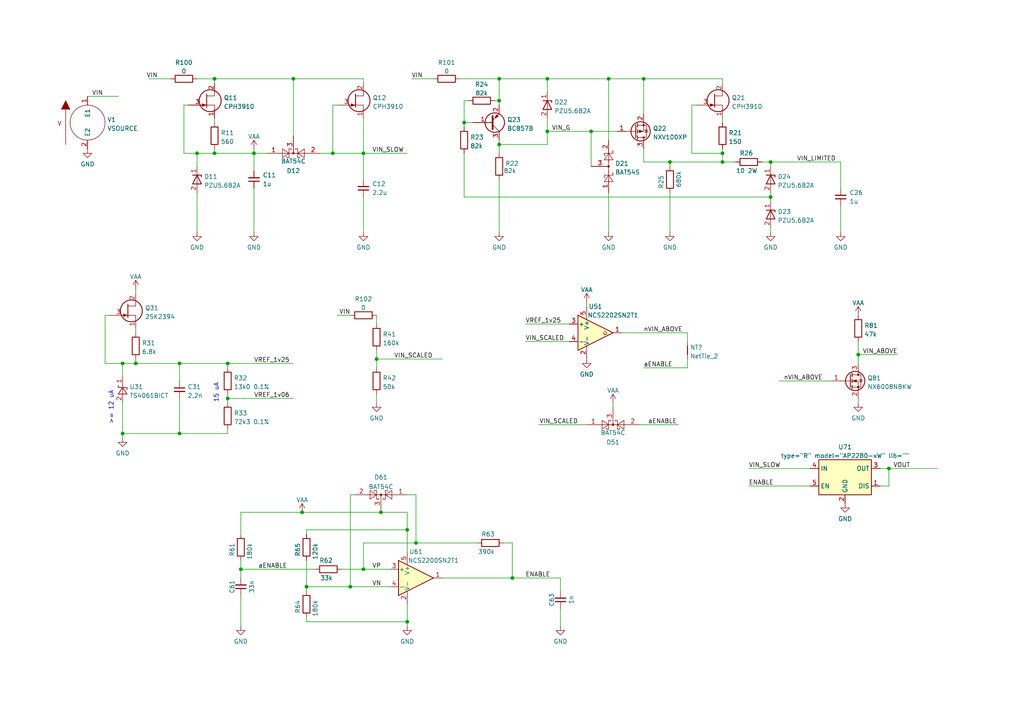
<source format=kicad_sch>
(kicad_sch (version 20211123) (generator eeschema)
  (paper "A4")
  (lib_symbols
    (symbol "AA-OSA-Basic:2SK2394" (pin_names (offset 0) hide)
      (property "Reference" "Q" (at 5.08 1.27 0))
      (property "Value" "2SK2394" (at 5.08 -1.27 0))
      (symbol "2SK2394_0_1"
        (polyline (pts (xy 0.254 1.905) (xy 0.254 -1.905) (xy 0.254 -1.905)) (stroke (width 0.254)))
        (polyline (pts (xy 2.54 -2.54) (xy 2.54 -1.27) (xy 0.254 -1.27)))
        (polyline (pts (xy 2.54 2.54) (xy 2.54 1.397) (xy 0.254 1.397)))
        (polyline (pts (xy 0 -1.27) (xy -1.016 -0.889) (xy -1.016 -1.651) (xy 0 -1.27)) (fill (type outline)))
        (circle (center 1.27 0) (radius 3.175) (stroke (width 0.254)))
      )
      (symbol "2SK2394_1_1"
        (pin passive line (at 2.54 -5.08 90) (length 2.54) (name "S") (number "1"))
        (pin passive line (at 2.54 5.08 270) (length 2.54) (name "D") (number "2"))
        (pin input line (at -5.08 -1.27 0) (length 5.334) (name "G") (number "3"))
      )
    )
    (symbol "AA-OSA-Basic:BAT54S" (pin_names (offset 1.016))
      (property "Reference" "D" (at 0.635 -3.81 0))
      (property "Value" "BAT54S" (at -6.35 3.175 0))
      (symbol "BAT54S_0_1"
        (polyline (pts (xy -3.81 0) (xy -1.27 0)))
        (polyline (pts (xy -3.175 -1.27) (xy -3.175 -1.016)))
        (polyline (pts (xy -2.54 -1.27) (xy -3.175 -1.27)))
        (polyline (pts (xy -2.54 -1.27) (xy -2.54 1.27)))
        (polyline (pts (xy -2.54 1.27) (xy -1.905 1.27)))
        (polyline (pts (xy -1.905 0) (xy 1.905 0)))
        (polyline (pts (xy -1.905 1.27) (xy -1.905 1.016)))
        (polyline (pts (xy 1.27 0) (xy 3.81 0)))
        (polyline (pts (xy 3.175 -1.27) (xy 3.175 -1.016)))
        (polyline (pts (xy 3.81 -1.27) (xy 3.175 -1.27)))
        (polyline (pts (xy 3.81 -1.27) (xy 3.81 1.27)))
        (polyline (pts (xy 3.81 1.27) (xy 4.445 1.27)))
        (polyline (pts (xy 4.445 1.27) (xy 4.445 1.016)))
        (polyline (pts (xy -4.445 1.27) (xy -4.445 -1.27) (xy -2.54 0) (xy -4.445 1.27)))
        (polyline (pts (xy 1.905 1.27) (xy 1.905 -1.27) (xy 3.81 0) (xy 1.905 1.27)))
        (circle (center 0 0) (radius 0.254) (fill (type outline)))
      )
      (symbol "BAT54S_1_1"
        (pin passive line (at -7.62 0 0) (length 3.81) (name "~") (number "1"))
        (pin passive line (at 7.62 0 180) (length 3.81) (name "~") (number "2"))
        (pin passive line (at 0 -5.08 90) (length 5.08) (name "~") (number "3"))
      )
    )
    (symbol "AA-OSA-Basic:CPH3910" (pin_names (offset 0) hide)
      (property "Reference" "Q" (at 5.08 1.27 0))
      (property "Value" "CPH3910" (at 5.08 -1.27 0))
      (symbol "CPH3910_0_1"
        (polyline (pts (xy 0.254 1.905) (xy 0.254 -1.905) (xy 0.254 -1.905)) (stroke (width 0.254)))
        (polyline (pts (xy 2.54 -2.54) (xy 2.54 -1.27) (xy 0.254 -1.27)))
        (polyline (pts (xy 2.54 2.54) (xy 2.54 1.397) (xy 0.254 1.397)))
        (polyline (pts (xy 0 -1.27) (xy -1.016 -0.889) (xy -1.016 -1.651) (xy 0 -1.27)) (fill (type outline)))
        (circle (center 1.27 0) (radius 3.175) (stroke (width 0.254)))
      )
      (symbol "CPH3910_1_1"
        (pin passive line (at 2.54 -5.08 90) (length 2.54) (name "S") (number "1"))
        (pin passive line (at 2.54 5.08 270) (length 2.54) (name "D") (number "2"))
        (pin input line (at -5.08 -1.27 0) (length 5.334) (name "G") (number "3"))
      )
    )
    (symbol "AA-OSA-Basic:MMBTA55" (pin_names (offset 0) hide)
      (property "Reference" "Q" (at 5.08 1.905 0))
      (property "Value" "MMBTA55" (at 5.08 0 0))
      (symbol "MMBTA55_0_1"
        (polyline (pts (xy 0.635 0.635) (xy 2.54 2.54)))
        (polyline (pts (xy 0.635 -0.635) (xy 2.54 -2.54) (xy 2.54 -2.54)))
        (polyline (pts (xy 0.635 1.905) (xy 0.635 -1.905) (xy 0.635 -1.905)) (stroke (width 0.508)))
        (polyline (pts (xy 2.286 -1.778) (xy 1.778 -2.286) (xy 1.27 -1.27) (xy 2.286 -1.778) (xy 2.286 -1.778)) (fill (type outline)))
        (circle (center 1.27 0) (radius 2.8194) (stroke (width 0.254)))
      )
      (symbol "MMBTA55_1_1"
        (pin input line (at -5.08 0 0) (length 5.715) (name "B") (number "1"))
        (pin passive line (at 2.54 -5.08 90) (length 2.54) (name "E") (number "2"))
        (pin passive line (at 2.54 5.08 270) (length 2.54) (name "C") (number "3"))
      )
    )
    (symbol "AA-OSA-Basic:NX6008NBKW" (pin_names hide)
      (property "Reference" "Q" (at 5.08 1.905 0))
      (property "Value" "NX6008NBKW" (at 5.08 0 0))
      (symbol "NX6008NBKW_0_1"
        (polyline (pts (xy 0.254 0) (xy -2.54 0)))
        (polyline (pts (xy 0.254 1.905) (xy 0.254 -1.905)) (stroke (width 0.254)))
        (polyline (pts (xy 0.762 -1.27) (xy 0.762 -2.286)) (stroke (width 0.254)))
        (polyline (pts (xy 0.762 0.508) (xy 0.762 -0.508)) (stroke (width 0.254)))
        (polyline (pts (xy 0.762 2.286) (xy 0.762 1.27)) (stroke (width 0.254)))
        (polyline (pts (xy 2.54 2.54) (xy 2.54 1.778)))
        (polyline (pts (xy 2.54 -2.54) (xy 2.54 0) (xy 0.762 0)))
        (polyline (pts (xy 0.762 -1.778) (xy 3.302 -1.778) (xy 3.302 1.778) (xy 0.762 1.778)))
        (polyline (pts (xy 1.016 0) (xy 2.032 0.381) (xy 2.032 -0.381) (xy 1.016 0)) (fill (type outline)))
        (polyline (pts (xy 2.794 0.508) (xy 2.921 0.381) (xy 3.683 0.381) (xy 3.81 0.254)))
        (polyline (pts (xy 3.302 0.381) (xy 2.921 -0.254) (xy 3.683 -0.254) (xy 3.302 0.381)))
        (circle (center 1.651 0) (radius 2.794) (stroke (width 0.254)))
        (circle (center 2.54 -1.778) (radius 0.254) (fill (type outline)))
        (circle (center 2.54 1.778) (radius 0.254) (fill (type outline)))
      )
      (symbol "NX6008NBKW_1_1"
        (pin input line (at -5.08 0 0) (length 2.54) (name "G") (number "1"))
        (pin passive line (at 2.54 -5.08 90) (length 2.54) (name "S") (number "2"))
        (pin passive line (at 2.54 5.08 270) (length 2.54) (name "D") (number "3"))
      )
    )
    (symbol "AA-OSA-Basic:NXV100XP" (pin_names (offset 0) hide)
      (property "Reference" "Q" (at 5.08 1.27 0))
      (property "Value" "NXV100XP" (at 5.08 -1.27 0))
      (property "Spice_Primitive" "X" (at 5.08 1.27 0))
      (property "Spice_Model" "NXV100XP" (at 5.08 1.27 0))
      (property "Spice_Netlist_Enabled" "Y" (at 5.08 1.27 0))
      (property "Spice_Lib_File" "/Users/osa/ELEC/libs/Spice/AA-osa-MosfetP.pspice" (at 5.08 1.27 0))
      (symbol "NXV100XP_0_1"
        (polyline (pts (xy 0.254 0) (xy -2.54 0)))
        (polyline (pts (xy 0.254 1.905) (xy 0.254 -1.905)) (stroke (width 0.254)))
        (polyline (pts (xy 0.762 -1.27) (xy 0.762 -2.286)) (stroke (width 0.254)))
        (polyline (pts (xy 0.762 0.508) (xy 0.762 -0.508)) (stroke (width 0.254)))
        (polyline (pts (xy 0.762 2.286) (xy 0.762 1.27)) (stroke (width 0.254)))
        (polyline (pts (xy 2.54 2.54) (xy 2.54 1.778)))
        (polyline (pts (xy 2.54 -2.54) (xy 2.54 0) (xy 0.762 0)))
        (polyline (pts (xy 0.762 1.778) (xy 3.302 1.778) (xy 3.302 -1.778) (xy 0.762 -1.778)))
        (polyline (pts (xy 2.286 0) (xy 1.27 0.381) (xy 1.27 -0.381) (xy 2.286 0)) (fill (type outline)))
        (polyline (pts (xy 2.794 -0.508) (xy 2.921 -0.381) (xy 3.683 -0.381) (xy 3.81 -0.254)))
        (polyline (pts (xy 3.302 -0.381) (xy 2.921 0.254) (xy 3.683 0.254) (xy 3.302 -0.381)))
        (circle (center 1.651 0) (radius 2.794) (stroke (width 0.254)))
        (circle (center 2.54 -1.778) (radius 0.254) (fill (type outline)))
        (circle (center 2.54 1.778) (radius 0.254) (fill (type outline)))
      )
      (symbol "NXV100XP_1_1"
        (pin input line (at -5.08 0 0) (length 2.54) (name "G") (number "1"))
        (pin passive line (at 2.54 -5.08 90) (length 2.54) (name "S") (number "2"))
        (pin passive line (at 2.54 5.08 270) (length 2.54) (name "D") (number "3"))
      )
    )
    (symbol "AA-OSA-Basic:Zener_SOD323" (pin_names (offset 1.016) hide)
      (property "Reference" "D" (at 0 2.54 0))
      (property "Value" "Zener_SOD323" (at 0 -2.54 0))
      (symbol "Zener_SOD323_0_1"
        (polyline (pts (xy 1.27 0) (xy -1.27 0)))
        (polyline (pts (xy -1.27 -1.27) (xy -1.27 1.27) (xy -0.762 1.27)) (stroke (width 0.254)))
        (polyline (pts (xy 1.27 -1.27) (xy 1.27 1.27) (xy -1.27 0) (xy 1.27 -1.27)) (stroke (width 0.254)))
      )
      (symbol "Zener_SOD323_1_1"
        (pin passive line (at -3.81 0 0) (length 2.54) (name "K") (number "1"))
        (pin passive line (at 3.81 0 180) (length 2.54) (name "A") (number "2"))
      )
    )
    (symbol "AA-OSA-Linear:NCS2200SN2T1" (pin_names (offset 0.127))
      (property "Reference" "U" (at 1.27 5.08 0))
      (property "Value" "NCS2200SN2T1" (at 3.81 -5.08 0))
      (symbol "NCS2200SN2T1_0_1"
        (polyline (pts (xy -5.08 5.08) (xy 5.08 0) (xy -5.08 -5.08) (xy -5.08 5.08)) (stroke (width 0.254)) (fill (type background)))
      )
      (symbol "NCS2200SN2T1_1_1"
        (pin open_collector line (at 7.62 0 180) (length 2.54) (name "~") (number "1"))
        (pin power_in line (at -2.54 -7.62 90) (length 3.81) (name "V-") (number "2"))
        (pin input line (at -7.62 2.54 0) (length 2.54) (name "+") (number "3"))
        (pin input line (at -7.62 -2.54 0) (length 2.54) (name "-") (number "4"))
        (pin power_in line (at -2.54 7.62 270) (length 3.81) (name "V+") (number "5"))
      )
    )
    (symbol "AA-OSA-Linear:NCS2202SN2T1" (pin_names (offset 0.127))
      (property "Reference" "U" (at 1.27 5.08 0))
      (property "Value" "NCS2202SN2T1" (at 3.81 -5.08 0))
      (symbol "NCS2202SN2T1_0_1"
        (polyline (pts (xy -5.08 5.08) (xy 5.08 0) (xy -5.08 -5.08) (xy -5.08 5.08)) (stroke (width 0.254)) (fill (type background)))
        (polyline (pts (xy 3.302 -0.508) (xy 2.794 -0.508) (xy 3.302 0) (xy 2.794 0.508) (xy 2.286 0) (xy 2.794 -0.508) (xy 2.286 -0.508)) (stroke (width 0.127)))
      )
      (symbol "NCS2202SN2T1_1_1"
        (pin open_collector line (at 7.62 0 180) (length 2.54) (name "~") (number "1"))
        (pin power_in line (at -2.54 -7.62 90) (length 3.81) (name "V-") (number "2"))
        (pin input line (at -7.62 2.54 0) (length 2.54) (name "+") (number "3"))
        (pin input line (at -7.62 -2.54 0) (length 2.54) (name "-") (number "4"))
        (pin power_in line (at -2.54 7.62 270) (length 3.81) (name "V+") (number "5"))
      )
    )
    (symbol "AA-OSA-Linear:TS4061BICT" (pin_names (offset 0.0254) hide)
      (property "Reference" "U" (at 0 2.54 0))
      (property "Value" "TS4061BICT" (at 0 -3.175 0))
      (symbol "TS4061BICT_0_1"
        (polyline (pts (xy -1.27 0) (xy 0 0) (xy 1.27 0)))
        (polyline (pts (xy -1.27 -1.27) (xy 0.635 0) (xy -1.27 1.27) (xy -1.27 -1.27)) (stroke (width 0.2032)))
        (polyline (pts (xy 0 -1.27) (xy 0.635 -1.27) (xy 0.635 1.27) (xy 1.27 1.27)) (stroke (width 0.2032)))
      )
      (symbol "TS4061BICT_1_1"
        (pin passive line (at 3.81 0 180) (length 2.54) (name "K") (number "1"))
        (pin passive line (at -3.81 0 0) (length 2.54) (name "A") (number "2"))
      )
    )
    (symbol "AA-OSA-Power:AP2280-xW"
      (property "Reference" "U" (at -7.62 -6.35 0))
      (property "Value" "AP2280-xW" (at -7.62 6.35 0))
      (symbol "AP2280-xW_0_1"
        (rectangle (start -7.62 5.08) (end 7.62 -5.08) (stroke (width 0.254)) (fill (type background)))
      )
      (symbol "AP2280-xW_1_1"
        (pin open_collector line (at 10.16 -2.54 180) (length 2.54) (name "DIS") (number "1"))
        (pin power_in line (at 0 -7.62 90) (length 2.54) (name "GND") (number "2"))
        (pin power_out line (at 10.16 2.54 180) (length 2.54) (name "OUT") (number "3"))
        (pin power_in line (at -10.16 2.54 0) (length 2.54) (name "IN") (number "4"))
        (pin input line (at -10.16 -2.54 0) (length 2.54) (name "EN") (number "5"))
      )
    )
    (symbol "Device:C_Small" (pin_numbers hide) (pin_names (offset 0.254) hide)
      (property "Reference" "C" (at 0.254 1.778 0))
      (property "Value" "C_Small" (at 0.254 -2.032 0))
      (symbol "C_Small_0_1"
        (polyline (pts (xy -1.524 -0.508) (xy 1.524 -0.508)) (stroke (width 0.3302)))
        (polyline (pts (xy -1.524 0.508) (xy 1.524 0.508)) (stroke (width 0.3048)))
      )
      (symbol "C_Small_1_1"
        (pin passive line (at 0 2.54 270) (length 2.032) (name "~") (number "1"))
        (pin passive line (at 0 -2.54 90) (length 2.032) (name "~") (number "2"))
      )
    )
    (symbol "Device:NetTie_2" (pin_numbers hide) (pin_names (offset 0) hide)
      (property "Reference" "NT" (at 0 1.27 0))
      (property "Value" "NetTie_2" (at 0 -1.27 0))
      (symbol "NetTie_2_0_1"
        (polyline (pts (xy -1.27 0) (xy 1.27 0)) (stroke (width 0.254)))
      )
      (symbol "NetTie_2_1_1"
        (pin passive line (at -2.54 0 0) (length 2.54) (name "1") (number "1"))
        (pin passive line (at 2.54 0 180) (length 2.54) (name "2") (number "2"))
      )
    )
    (symbol "Device:R" (pin_numbers hide) (pin_names (offset 0))
      (property "Reference" "R" (at 2.032 0 90))
      (property "Value" "R" (at 0 0 90))
      (symbol "R_0_1"
        (rectangle (start -1.016 -2.54) (end 1.016 2.54) (stroke (width 0.254)))
      )
      (symbol "R_1_1"
        (pin passive line (at 0 3.81 270) (length 1.27) (name "~") (number "1"))
        (pin passive line (at 0 -3.81 90) (length 1.27) (name "~") (number "2"))
      )
    )
    (symbol "Diode:BAT54C" (pin_names (offset 1.016))
      (property "Reference" "D" (at 0.635 -3.81 0))
      (property "Value" "BAT54C" (at -6.35 3.175 0))
      (symbol "BAT54C_0_1"
        (polyline (pts (xy -1.905 0) (xy 1.905 0)))
        (polyline (pts (xy -1.905 1.27) (xy -1.905 1.016)))
        (polyline (pts (xy -1.27 -1.27) (xy -0.635 -1.27)))
        (polyline (pts (xy -1.27 0) (xy -3.81 0)))
        (polyline (pts (xy -1.27 1.27) (xy -1.905 1.27)))
        (polyline (pts (xy -1.27 1.27) (xy -1.27 -1.27)))
        (polyline (pts (xy -0.635 -1.27) (xy -0.635 -1.016)))
        (polyline (pts (xy 0.635 -1.27) (xy 0.635 -1.016)))
        (polyline (pts (xy 1.27 -1.27) (xy 0.635 -1.27)))
        (polyline (pts (xy 1.27 1.27) (xy 1.27 -1.27)))
        (polyline (pts (xy 1.27 1.27) (xy 1.905 1.27)))
        (polyline (pts (xy 1.905 1.27) (xy 1.905 1.016)))
        (polyline (pts (xy 3.81 0) (xy 1.27 0)))
        (polyline (pts (xy -3.175 -1.27) (xy -3.175 1.27) (xy -1.27 0) (xy -3.175 -1.27)))
        (polyline (pts (xy 3.175 -1.27) (xy 3.175 1.27) (xy 1.27 0) (xy 3.175 -1.27)))
        (circle (center 0 0) (radius 0.254) (fill (type outline)))
      )
      (symbol "BAT54C_1_1"
        (pin passive line (at -7.62 0 0) (length 3.81) (name "~") (number "1"))
        (pin passive line (at 7.62 0 180) (length 3.81) (name "~") (number "2"))
        (pin passive line (at 0 -5.08 90) (length 5.08) (name "~") (number "3"))
      )
    )
    (symbol "power:GND" (power) (pin_names (offset 0))
      (property "Value" "GND" (at 0 -3.81 0))
      (symbol "GND_0_1"
        (polyline (pts (xy 0 0) (xy 0 -1.27) (xy 1.27 -1.27) (xy 0 -2.54) (xy -1.27 -1.27) (xy 0 -1.27)))
      )
      (symbol "GND_1_1"
        (pin power_in line (at 0 0 270) (length 0) hide (name "GND") (number "1"))
      )
    )
    (symbol "power:VAA" (power) (pin_names (offset 0))
      (property "Value" "VAA" (at 0 3.81 0))
      (symbol "VAA_0_1"
        (polyline (pts (xy -0.762 1.27) (xy 0 2.54)))
        (polyline (pts (xy 0 0) (xy 0 2.54)))
        (polyline (pts (xy 0 2.54) (xy 0.762 1.27)))
      )
      (symbol "VAA_1_1"
        (pin power_in line (at 0 0 90) (length 0) hide (name "VAA") (number "1"))
      )
    )
    (symbol "pspice:VSOURCE" (pin_names (offset 1.016))
      (property "Reference" "V" (at -6.35 7.62 0))
      (property "Value" "VSOURCE" (at 0 0 0))
      (symbol "VSOURCE_0_1"
        (polyline (pts (xy -6.35 -6.35) (xy -6.35 3.81)) (fill (type outline)))
        (polyline (pts (xy -7.62 3.81) (xy -6.35 6.35) (xy -5.08 3.81)) (fill (type outline)))
        (circle (center 0 0) (radius 5.08))
        (text "V" (at -8.128 -0.254 0) (effects (font (size 1.27 1.27))))
      )
      (symbol "VSOURCE_1_1"
        (pin input line (at 0 7.62 270) (length 2.54) (name "E1") (number "1"))
        (pin input line (at 0 -7.62 90) (length 2.54) (name "E2") (number "2"))
      )
    )
  )
  (junction (at 110.49 148.59))
  (junction (at 171.45 38.1))
  (junction (at 176.53 22.86))
  (junction (at 209.55 44.45))
  (junction (at 105.41 44.45))
  (junction (at 118.11 153.67))
  (junction (at 85.09 22.86))
  (junction (at 186.69 22.86))
  (junction (at 248.92 102.87))
  (junction (at 88.9 170.18))
  (junction (at 105.41 165.1))
  (junction (at 148.59 167.64))
  (junction (at 52.07 125.73))
  (junction (at 144.78 29.21))
  (junction (at 96.52 44.45))
  (junction (at 109.22 104.14))
  (junction (at 57.15 44.45))
  (junction (at 120.65 157.48))
  (junction (at 39.37 105.41))
  (junction (at 87.63 148.59))
  (junction (at 209.55 46.99))
  (junction (at 35.56 125.73))
  (junction (at 223.52 46.99))
  (junction (at 158.75 38.1))
  (junction (at 223.52 57.15))
  (junction (at 144.78 41.91))
  (junction (at 66.04 115.57))
  (junction (at 158.75 22.86))
  (junction (at 134.62 35.56))
  (junction (at 194.31 46.99))
  (junction (at 101.6 170.18))
  (junction (at 62.23 44.45))
  (junction (at 118.11 180.34))
  (junction (at 144.78 22.86))
  (junction (at 66.04 105.41))
  (junction (at 62.23 22.86))
  (junction (at 69.85 165.1))
  (junction (at 73.66 44.45))
  (junction (at 257.81 135.89))
  (junction (at 52.07 105.41))
  (junction (at 35.56 105.41))
  (wire (pts (xy 66.04 124.46) (xy 66.04 125.73)))
  (wire (pts (xy 148.59 167.64) (xy 162.56 167.64)))
  (wire (pts (xy 62.23 22.86) (xy 62.23 24.13)))
  (wire (pts (xy 146.05 157.48) (xy 148.59 157.48)))
  (wire (pts (xy 176.53 22.86) (xy 186.69 22.86)))
  (wire (pts (xy 223.52 67.31) (xy 223.52 66.04)))
  (wire (pts (xy 39.37 104.14) (xy 39.37 105.41)))
  (wire (pts (xy 156.21 123.19) (xy 170.18 123.19)))
  (wire (pts (xy 185.42 123.19) (xy 196.85 123.19)))
  (wire (pts (xy 53.34 30.48) (xy 54.61 30.48)))
  (wire (pts (xy 255.27 140.97) (xy 257.81 140.97)))
  (wire (pts (xy 66.04 105.41) (xy 85.09 105.41)))
  (wire (pts (xy 133.35 22.86) (xy 144.78 22.86)))
  (wire (pts (xy 66.04 114.3) (xy 66.04 115.57)))
  (wire (pts (xy 180.34 96.52) (xy 199.39 96.52)))
  (wire (pts (xy 137.16 35.56) (xy 134.62 35.56)))
  (wire (pts (xy 194.31 48.26) (xy 194.31 46.99)))
  (wire (pts (xy 69.85 165.1) (xy 69.85 167.64)))
  (wire (pts (xy 92.71 44.45) (xy 96.52 44.45)))
  (wire (pts (xy 194.31 67.31) (xy 194.31 55.88)))
  (wire (pts (xy 209.55 35.56) (xy 209.55 34.29)))
  (wire (pts (xy 257.81 135.89) (xy 257.81 140.97)))
  (wire (pts (xy 30.48 91.44) (xy 31.75 91.44)))
  (wire (pts (xy 88.9 170.18) (xy 101.6 170.18)))
  (wire (pts (xy 186.69 22.86) (xy 186.69 33.02)))
  (wire (pts (xy 52.07 105.41) (xy 52.07 110.49)))
  (wire (pts (xy 101.6 143.51) (xy 102.87 143.51)))
  (wire (pts (xy 118.11 153.67) (xy 118.11 160.02)))
  (wire (pts (xy 134.62 29.21) (xy 134.62 35.56)))
  (wire (pts (xy 120.65 157.48) (xy 138.43 157.48)))
  (wire (pts (xy 57.15 44.45) (xy 62.23 44.45)))
  (wire (pts (xy 243.84 67.31) (xy 243.84 59.69)))
  (wire (pts (xy 53.34 30.48) (xy 53.34 44.45)))
  (wire (pts (xy 87.63 148.59) (xy 110.49 148.59)))
  (wire (pts (xy 88.9 162.56) (xy 88.9 170.18)))
  (wire (pts (xy 120.65 143.51) (xy 120.65 157.48)))
  (wire (pts (xy 96.52 30.48) (xy 97.79 30.48)))
  (wire (pts (xy 53.34 44.45) (xy 57.15 44.45)))
  (wire (pts (xy 105.41 157.48) (xy 105.41 165.1)))
  (wire (pts (xy 200.66 44.45) (xy 209.55 44.45)))
  (wire (pts (xy 170.18 87.63) (xy 170.18 88.9)))
  (wire (pts (xy 144.78 41.91) (xy 158.75 41.91)))
  (wire (pts (xy 226.06 110.49) (xy 241.3 110.49)))
  (wire (pts (xy 243.84 46.99) (xy 223.52 46.99)))
  (wire (pts (xy 118.11 175.26) (xy 118.11 180.34)))
  (wire (pts (xy 128.27 167.64) (xy 148.59 167.64)))
  (wire (pts (xy 35.56 125.73) (xy 35.56 127)))
  (wire (pts (xy 158.75 26.67) (xy 158.75 22.86)))
  (wire (pts (xy 105.41 34.29) (xy 105.41 44.45)))
  (wire (pts (xy 134.62 44.45) (xy 134.62 57.15)))
  (wire (pts (xy 248.92 102.87) (xy 248.92 105.41)))
  (wire (pts (xy 248.92 116.84) (xy 248.92 115.57)))
  (wire (pts (xy 97.79 91.44) (xy 101.6 91.44)))
  (wire (pts (xy 134.62 35.56) (xy 134.62 36.83)))
  (wire (pts (xy 109.22 104.14) (xy 109.22 106.68)))
  (wire (pts (xy 101.6 143.51) (xy 101.6 170.18)))
  (wire (pts (xy 162.56 181.61) (xy 162.56 176.53)))
  (wire (pts (xy 88.9 170.18) (xy 88.9 171.45)))
  (wire (pts (xy 101.6 170.18) (xy 113.03 170.18)))
  (wire (pts (xy 35.56 105.41) (xy 35.56 109.22)))
  (wire (pts (xy 194.31 46.99) (xy 209.55 46.99)))
  (wire (pts (xy 88.9 154.94) (xy 88.9 153.67)))
  (wire (pts (xy 209.55 44.45) (xy 209.55 46.99)))
  (wire (pts (xy 134.62 57.15) (xy 223.52 57.15)))
  (wire (pts (xy 144.78 29.21) (xy 144.78 30.48)))
  (wire (pts (xy 62.23 44.45) (xy 73.66 44.45)))
  (wire (pts (xy 176.53 22.86) (xy 176.53 40.64)))
  (wire (pts (xy 158.75 38.1) (xy 158.75 41.91)))
  (wire (pts (xy 120.65 143.51) (xy 118.11 143.51)))
  (wire (pts (xy 105.41 44.45) (xy 105.41 52.07)))
  (wire (pts (xy 144.78 22.86) (xy 144.78 29.21)))
  (wire (pts (xy 88.9 180.34) (xy 118.11 180.34)))
  (wire (pts (xy 248.92 102.87) (xy 260.35 102.87)))
  (wire (pts (xy 66.04 105.41) (xy 66.04 106.68)))
  (wire (pts (xy 69.85 148.59) (xy 87.63 148.59)))
  (wire (pts (xy 200.66 30.48) (xy 201.93 30.48)))
  (wire (pts (xy 186.69 106.68) (xy 199.39 106.68)))
  (wire (pts (xy 109.22 114.3) (xy 109.22 116.84)))
  (wire (pts (xy 118.11 148.59) (xy 118.11 153.67)))
  (wire (pts (xy 217.17 135.89) (xy 234.95 135.89)))
  (wire (pts (xy 186.69 43.18) (xy 186.69 46.99)))
  (wire (pts (xy 105.41 157.48) (xy 120.65 157.48)))
  (wire (pts (xy 148.59 157.48) (xy 148.59 167.64)))
  (wire (pts (xy 69.85 162.56) (xy 69.85 165.1)))
  (wire (pts (xy 110.49 148.59) (xy 118.11 148.59)))
  (wire (pts (xy 73.66 44.45) (xy 73.66 43.18)))
  (wire (pts (xy 85.09 39.37) (xy 85.09 22.86)))
  (wire (pts (xy 135.89 29.21) (xy 134.62 29.21)))
  (wire (pts (xy 109.22 91.44) (xy 109.22 93.98)))
  (wire (pts (xy 57.15 22.86) (xy 62.23 22.86)))
  (wire (pts (xy 39.37 105.41) (xy 52.07 105.41)))
  (wire (pts (xy 62.23 22.86) (xy 85.09 22.86)))
  (wire (pts (xy 119.38 22.86) (xy 125.73 22.86)))
  (wire (pts (xy 73.66 67.31) (xy 73.66 54.61)))
  (wire (pts (xy 57.15 67.31) (xy 57.15 55.88)))
  (wire (pts (xy 118.11 181.61) (xy 118.11 180.34)))
  (wire (pts (xy 223.52 46.99) (xy 223.52 48.26)))
  (wire (pts (xy 69.85 165.1) (xy 91.44 165.1)))
  (wire (pts (xy 171.45 38.1) (xy 171.45 48.26)))
  (wire (pts (xy 158.75 22.86) (xy 176.53 22.86)))
  (wire (pts (xy 105.41 44.45) (xy 118.11 44.45)))
  (wire (pts (xy 144.78 44.45) (xy 144.78 41.91)))
  (wire (pts (xy 109.22 101.6) (xy 109.22 104.14)))
  (wire (pts (xy 30.48 91.44) (xy 30.48 105.41)))
  (wire (pts (xy 57.15 44.45) (xy 57.15 48.26)))
  (wire (pts (xy 144.78 41.91) (xy 144.78 40.64)))
  (wire (pts (xy 105.41 165.1) (xy 113.03 165.1)))
  (wire (pts (xy 223.52 57.15) (xy 223.52 55.88)))
  (wire (pts (xy 96.52 44.45) (xy 105.41 44.45)))
  (wire (pts (xy 39.37 95.25) (xy 39.37 96.52)))
  (wire (pts (xy 25.4 27.94) (xy 34.29 27.94)))
  (wire (pts (xy 223.52 58.42) (xy 223.52 57.15)))
  (wire (pts (xy 43.18 22.86) (xy 49.53 22.86)))
  (wire (pts (xy 69.85 181.61) (xy 69.85 172.72)))
  (wire (pts (xy 186.69 22.86) (xy 209.55 22.86)))
  (wire (pts (xy 144.78 52.07) (xy 144.78 67.31)))
  (wire (pts (xy 220.98 46.99) (xy 223.52 46.99)))
  (wire (pts (xy 143.51 29.21) (xy 144.78 29.21)))
  (wire (pts (xy 39.37 83.82) (xy 39.37 85.09)))
  (wire (pts (xy 52.07 115.57) (xy 52.07 125.73)))
  (wire (pts (xy 62.23 34.29) (xy 62.23 35.56)))
  (wire (pts (xy 176.53 67.31) (xy 176.53 55.88)))
  (wire (pts (xy 255.27 135.89) (xy 257.81 135.89)))
  (wire (pts (xy 96.52 30.48) (xy 96.52 44.45)))
  (wire (pts (xy 162.56 167.64) (xy 162.56 171.45)))
  (wire (pts (xy 77.47 44.45) (xy 73.66 44.45)))
  (wire (pts (xy 209.55 22.86) (xy 209.55 24.13)))
  (wire (pts (xy 66.04 115.57) (xy 85.09 115.57)))
  (wire (pts (xy 186.69 46.99) (xy 194.31 46.99)))
  (wire (pts (xy 88.9 153.67) (xy 118.11 153.67)))
  (wire (pts (xy 99.06 165.1) (xy 105.41 165.1)))
  (wire (pts (xy 30.48 105.41) (xy 35.56 105.41)))
  (wire (pts (xy 88.9 179.07) (xy 88.9 180.34)))
  (wire (pts (xy 171.45 38.1) (xy 158.75 38.1)))
  (wire (pts (xy 158.75 34.29) (xy 158.75 38.1)))
  (wire (pts (xy 35.56 105.41) (xy 39.37 105.41)))
  (wire (pts (xy 152.4 99.06) (xy 165.1 99.06)))
  (wire (pts (xy 199.39 104.14) (xy 199.39 106.68)))
  (wire (pts (xy 217.17 140.97) (xy 234.95 140.97)))
  (wire (pts (xy 209.55 46.99) (xy 213.36 46.99)))
  (wire (pts (xy 35.56 116.84) (xy 35.56 125.73)))
  (wire (pts (xy 35.56 125.73) (xy 52.07 125.73)))
  (wire (pts (xy 52.07 125.73) (xy 66.04 125.73)))
  (wire (pts (xy 85.09 22.86) (xy 105.41 22.86)))
  (wire (pts (xy 62.23 43.18) (xy 62.23 44.45)))
  (wire (pts (xy 66.04 115.57) (xy 66.04 116.84)))
  (wire (pts (xy 199.39 96.52) (xy 199.39 99.06)))
  (wire (pts (xy 179.07 38.1) (xy 171.45 38.1)))
  (wire (pts (xy 243.84 54.61) (xy 243.84 46.99)))
  (wire (pts (xy 105.41 57.15) (xy 105.41 67.31)))
  (wire (pts (xy 200.66 30.48) (xy 200.66 44.45)))
  (wire (pts (xy 209.55 44.45) (xy 209.55 43.18)))
  (wire (pts (xy 105.41 24.13) (xy 105.41 22.86)))
  (wire (pts (xy 152.4 93.98) (xy 165.1 93.98)))
  (wire (pts (xy 144.78 22.86) (xy 158.75 22.86)))
  (wire (pts (xy 69.85 148.59) (xy 69.85 154.94)))
  (wire (pts (xy 248.92 99.06) (xy 248.92 102.87)))
  (wire (pts (xy 52.07 105.41) (xy 66.04 105.41)))
  (wire (pts (xy 109.22 104.14) (xy 128.27 104.14)))
  (wire (pts (xy 257.81 135.89) (xy 271.78 135.89)))
  (wire (pts (xy 73.66 44.45) (xy 73.66 49.53)))
  (wire (pts (xy 177.8 116.84) (xy 177.8 118.11)))
  (text "15 uA" (at 63.5 116.84 90) (effects (font (size 1.27 1.27)) (justify left bottom)))
  (text ">= 12 uA" (at 33.02 123.19 90) (effects (font (size 1.27 1.27)) (justify left bottom)))
  (label "VIN" (at 45.72 22.86 180))
  (label "VIN_ABOVE" (at 250.19 102.87 0))
  (label "aENABLE" (at 187.96 123.19 0))
  (label "VIN_SLOW" (at 107.95 44.45 0))
  (label "aENABLE" (at 186.69 106.68 0))
  (label "VIN_SCALED" (at 152.4 99.06 0))
  (label "VIN" (at 119.38 22.86 0))
  (label "VOUT" (at 259.08 135.89 0))
  (label "nVIN_ABOVE" (at 227.33 110.49 0))
  (label "VIN" (at 26.67 27.94 0))
  (label "VN" (at 107.95 170.18 0))
  (label "VIN" (at 101.6 91.44 180))
  (label "VIN_SCALED" (at 114.3 104.14 0))
  (label "VREF_1v06" (at 73.66 115.57 0))
  (label "VREF_1v25" (at 152.4 93.98 0))
  (label "aENABLE" (at 74.93 165.1 0))
  (label "VP" (at 107.95 165.1 0))
  (label "ENABLE" (at 217.17 140.97 0))
  (label "VIN_SCALED" (at 167.64 123.19 180))
  (label "VIN_G" (at 160.02 38.1 0))
  (label "nVIN_ABOVE" (at 186.69 96.52 0))
  (label "VIN_SLOW" (at 217.17 135.89 0))
  (label "VREF_1v25" (at 73.66 105.41 0))
  (label "ENABLE" (at 152.4 167.64 0))
  (label "VIN_LIMITED" (at 231.14 46.99 0))
  (symbol (lib_id "Device:R") (at 142.24 157.48 270) (unit 1)
    (property "Reference" "R63" (at 143.51 154.94 90) (effects (justify right)))
    (property "Value" "390k" (at 143.51 160.02 90) (effects (justify right)))
    (property "Footprint" "Resistor_SMD:R_0805_2012Metric_Pad1.20x1.40mm_HandSolder" (effects hide))
    (property "Spice_Netlist_Enabled" "Y" (effects hide))
  )
  (symbol (lib_id "power:GND") (at 243.84 67.31 0) (unit 1)
    (property "Reference" "#PWR013" (effects hide))
    (property "Value" "GND" (at 243.84 71.7534 0))
  )
  (symbol (lib_id "Device:R") (at 144.78 48.26 180) (unit 1)
    (property "Reference" "R22" (at 146.558 47.4253 0) (effects (justify right)))
    (property "Value" "82k" (at 146.05 49.53 0) (effects (justify right)))
    (property "Footprint" "Resistor_SMD:R_0805_2012Metric_Pad1.20x1.40mm_HandSolder" (effects hide))
  )
  (symbol (lib_id "AA-OSA-Basic:Zener_SOD323") (at 223.52 62.23 270) (unit 1)
    (property "Reference" "D23" (at 225.552 61.3953 90) (effects (justify left)))
    (property "Value" "PZU5.6B2A" (at 225.552 63.9322 90) (effects (justify left)))
    (property "Footprint" "Diode_SMD:D_SOD-323_HandSoldering" (effects hide))
    (property "Spice_Primitive" "D" (effects hide))
    (property "Spice_Model" "PZU5_6B3A" (effects hide))
    (property "Spice_Netlist_Enabled" "Y" (effects hide))
    (property "Spice_Lib_File" "/Users/osa/ELEC/libs/Spice/AA-osa-Zener.pspice" (effects hide))
    (property "Spice_Node_Sequence" "2 1" (effects hide))
  )
  (symbol (lib_id "Device:C_Small") (at 162.56 173.99 0) (mirror x) (unit 1)
    (property "Reference" "C63" (at 160.02 173.99 90))
    (property "Value" "1n" (at 165.735 173.99 90))
    (property "Footprint" "Capacitor_SMD:C_0805_2012Metric_Pad1.18x1.45mm_HandSolder" (effects hide))
    (property "Spice_Netlist_Enabled" "Y" (effects hide))
  )
  (symbol (lib_id "Device:R") (at 95.25 165.1 270) (unit 1)
    (property "Reference" "R62" (at 96.52 162.56 90) (effects (justify right)))
    (property "Value" "33k" (at 96.52 167.64 90) (effects (justify right)))
    (property "Footprint" "Resistor_SMD:R_0805_2012Metric_Pad1.20x1.40mm_HandSolder" (effects hide))
  )
  (symbol (lib_id "Device:R") (at 109.22 97.79 180) (unit 1)
    (property "Reference" "R41" (at 110.998 96.9553 0) (effects (justify right)))
    (property "Value" "160k" (at 110.998 99.4922 0) (effects (justify right)))
    (property "Footprint" "Resistor_SMD:R_0805_2012Metric_Pad1.20x1.40mm_HandSolder" (effects hide))
  )
  (symbol (lib_id "power:GND") (at 57.15 67.31 0) (unit 1)
    (property "Reference" "#PWR03" (effects hide))
    (property "Value" "GND" (at 57.15 71.7534 0))
  )
  (symbol (lib_id "power:GND") (at 223.52 67.31 0) (unit 1)
    (property "Reference" "#PWR04" (effects hide))
    (property "Value" "GND" (at 223.52 71.7534 0))
  )
  (symbol (lib_id "Diode:BAT54C") (at 177.8 123.19 0) (mirror x) (unit 1)
    (property "Reference" "D51" (at 177.8 128.27 0))
    (property "Value" "BAT54C" (at 177.8 125.4959 0))
    (property "Footprint" "Package_TO_SOT_SMD:SOT-23" (effects hide))
    (property "Datasheet" "http://www.diodes.com/_files/datasheets/ds11005.pdf" (effects hide))
    (property "Spice_Primitive" "X" (effects hide))
    (property "Spice_Model" "BAT54C" (effects hide))
    (property "Spice_Lib_File" "/Users/osa/ELEC/libs/Spice/AA-osa-Diode.pspice" (effects hide))
  )
  (symbol (lib_id "AA-OSA-Basic:NX6008NBKW") (at 246.38 110.49 0) (unit 1)
    (property "Reference" "Q81" (at 251.587 109.6553 0) (effects (justify left)))
    (property "Value" "NX6008NBKW" (at 251.587 112.1922 0) (effects (justify left)))
    (property "Footprint" "Package_TO_SOT_SMD:SOT-323_SC-70_Handsoldering" (effects hide))
    (property "Datasheet" "https://assets.nexperia.com/documents/data-sheet/NX6008NBKW.pdf" (effects hide))
    (property "Spice_Primitive" "X" (effects hide))
    (property "Spice_Model" "NX6008NBKW" (effects hide))
    (property "Spice_Netlist_Enabled" "N" (effects hide))
    (property "Spice_Lib_File" "/Users/osa/ELEC/libs/Spice/AA-osa-MosfetN.pspice" (effects hide))
  )
  (symbol (lib_id "AA-OSA-Basic:CPH3910") (at 59.69 29.21 0) (unit 1)
    (property "Reference" "Q11" (at 64.897 28.3753 0) (effects (justify left)))
    (property "Value" "CPH3910" (at 64.897 30.9122 0) (effects (justify left)))
    (property "Footprint" "Package_TO_SOT_SMD:TSOT-23_HandSoldering" (effects hide))
    (property "Datasheet" "https://www.onsemi.com/download/data-sheet/pdf/cph3910-d.pdf" (effects hide))
    (property "Spice_Primitive" "X" (effects hide))
    (property "Spice_Model" "CPH3910" (effects hide))
    (property "Spice_Netlist_Enabled" "Y" (effects hide))
    (property "Spice_Lib_File" "/Users/osa/ELEC/libs/Spice/AA-osa-JfetN.pspice" (effects hide))
  )
  (symbol (lib_id "Device:C_Small") (at 69.85 170.18 0) (mirror x) (unit 1)
    (property "Reference" "C61" (at 67.31 170.18 90))
    (property "Value" "33n" (at 73.025 170.18 90))
    (property "Footprint" "Capacitor_SMD:C_0805_2012Metric_Pad1.18x1.45mm_HandSolder" (effects hide))
  )
  (symbol (lib_id "Device:R") (at 62.23 39.37 180) (unit 1)
    (property "Reference" "R11" (at 64.008 38.5353 0) (effects (justify right)))
    (property "Value" "560" (at 64.008 41.0722 0) (effects (justify right)))
    (property "Footprint" "Resistor_SMD:R_0805_2012Metric_Pad1.20x1.40mm_HandSolder" (effects hide))
  )
  (symbol (lib_id "power:GND") (at 194.31 67.31 0) (unit 1)
    (property "Reference" "#PWR017" (effects hide))
    (property "Value" "GND" (at 194.31 71.7534 0))
  )
  (symbol (lib_id "Device:R") (at 139.7 29.21 270) (unit 1)
    (property "Reference" "R24" (at 139.7 24.4942 90))
    (property "Value" "82k" (at 139.7 27.0311 90))
    (property "Footprint" "Resistor_SMD:R_0805_2012Metric_Pad1.20x1.40mm_HandSolder" (effects hide))
  )
  (symbol (lib_id "Device:C_Small") (at 73.66 52.07 180) (unit 1)
    (property "Reference" "C11" (at 76.2 50.8 0) (effects (justify right)))
    (property "Value" "1u" (at 76.2 53.34 0) (effects (justify right)))
    (property "Footprint" "Capacitor_SMD:C_0805_2012Metric_Pad1.18x1.45mm_HandSolder" (effects hide))
  )
  (symbol (lib_id "Device:R") (at 88.9 158.75 0) (unit 1)
    (property "Reference" "R65" (at 86.36 157.48 90) (effects (justify right)))
    (property "Value" "120k" (at 91.44 157.48 90) (effects (justify right)))
    (property "Footprint" "Resistor_SMD:R_0805_2012Metric_Pad1.20x1.40mm_HandSolder" (effects hide))
  )
  (symbol (lib_id "Device:R") (at 134.62 40.64 180) (unit 1)
    (property "Reference" "R23" (at 136.398 39.8053 0) (effects (justify right)))
    (property "Value" "82k" (at 136.398 42.3422 0) (effects (justify right)))
    (property "Footprint" "Resistor_SMD:R_0805_2012Metric_Pad1.20x1.40mm_HandSolder" (effects hide))
  )
  (symbol (lib_id "power:GND") (at 109.22 116.84 0) (unit 1)
    (property "Reference" "#PWR08" (effects hide))
    (property "Value" "GND" (at 109.22 121.2834 0))
  )
  (symbol (lib_id "power:VAA") (at 73.66 43.18 0) (unit 1)
    (property "Reference" "#PWR016" (effects hide))
    (property "Value" "VAA" (at 73.66 39.6042 0))
  )
  (symbol (lib_id "power:GND") (at 170.18 104.14 0) (unit 1)
    (property "Reference" "#PWR?" (effects hide))
    (property "Value" "GND" (at 170.18 108.5834 0))
  )
  (symbol (lib_id "power:VAA") (at 177.8 116.84 0) (unit 1)
    (property "Reference" "#PWR014" (effects hide))
    (property "Value" "VAA" (at 177.8 113.2642 0))
  )
  (symbol (lib_id "AA-OSA-Basic:Zener_SOD323") (at 158.75 30.48 270) (unit 1)
    (property "Reference" "D22" (at 160.782 29.6453 90) (effects (justify left)))
    (property "Value" "PZU5.6B2A" (at 160.782 32.1822 90) (effects (justify left)))
    (property "Footprint" "Diode_SMD:D_SOD-323_HandSoldering" (effects hide))
    (property "Spice_Primitive" "D" (effects hide))
    (property "Spice_Model" "PZU5_6B3A" (effects hide))
    (property "Spice_Netlist_Enabled" "Y" (effects hide))
    (property "Spice_Lib_File" "/Users/osa/ELEC/libs/Spice/AA-osa-Zener.pspice" (effects hide))
    (property "Spice_Node_Sequence" "2 1" (effects hide))
  )
  (symbol (lib_id "AA-OSA-Basic:CPH3910") (at 102.87 29.21 0) (unit 1)
    (property "Reference" "Q12" (at 108.077 28.3753 0) (effects (justify left)))
    (property "Value" "CPH3910" (at 108.077 30.9122 0) (effects (justify left)))
    (property "Footprint" "Package_TO_SOT_SMD:TSOT-23_HandSoldering" (effects hide))
    (property "Datasheet" "https://www.onsemi.com/download/data-sheet/pdf/cph3910-d.pdf" (effects hide))
    (property "Spice_Primitive" "X" (effects hide))
    (property "Spice_Model" "CPH3910" (effects hide))
    (property "Spice_Netlist_Enabled" "Y" (effects hide))
    (property "Spice_Lib_File" "/Users/osa/ELEC/libs/Spice/AA-osa-JfetN.pspice" (effects hide))
  )
  (symbol (lib_id "AA-OSA-Basic:Zener_SOD323") (at 223.52 52.07 270) (unit 1)
    (property "Reference" "D24" (at 225.552 51.2353 90) (effects (justify left)))
    (property "Value" "PZU5.6B2A" (at 225.552 53.7722 90) (effects (justify left)))
    (property "Footprint" "Diode_SMD:D_SOD-323_HandSoldering" (effects hide))
    (property "Spice_Primitive" "D" (effects hide))
    (property "Spice_Model" "PZU5_6B3A" (effects hide))
    (property "Spice_Netlist_Enabled" "Y" (effects hide))
    (property "Spice_Lib_File" "/Users/osa/ELEC/libs/Spice/AA-osa-Zener.pspice" (effects hide))
    (property "Spice_Node_Sequence" "2 1" (effects hide))
  )
  (symbol (lib_id "Diode:BAT54C") (at 110.49 143.51 0) (mirror y) (unit 1)
    (property "Reference" "D61" (at 110.49 138.43 0))
    (property "Value" "BAT54C" (at 110.49 141.2041 0))
    (property "Footprint" "Package_TO_SOT_SMD:SOT-23" (effects hide))
    (property "Datasheet" "http://www.diodes.com/_files/datasheets/ds11005.pdf" (effects hide))
    (property "Spice_Primitive" "X" (effects hide))
    (property "Spice_Model" "BAT54C" (effects hide))
    (property "Spice_Lib_File" "/Users/osa/ELEC/libs/Spice/AA-osa-Diode.pspice" (effects hide))
  )
  (symbol (lib_id "power:GND") (at 25.4 43.18 0) (unit 1)
    (property "Reference" "#PWR01" (effects hide))
    (property "Value" "GND" (at 25.4 47.6234 0))
  )
  (symbol (lib_id "AA-OSA-Linear:NCS2200SN2T1") (at 120.65 167.64 0) (unit 1)
    (property "Reference" "U61" (at 120.65 160.02 0))
    (property "Value" "NCS2200SN2T1" (at 125.73 162.56 0))
    (property "Footprint" "Package_TO_SOT_SMD:SOT-353_SC-70-5_Handsoldering" (effects hide))
    (property "Datasheet" "http://www.ti.com/lit/ds/symlink/lmv331.pdf" (effects hide))
    (property "Spice_Primitive" "X" (effects hide))
    (property "Spice_Model" "NCS2200" (effects hide))
    (property "Spice_Netlist_Enabled" "Y" (effects hide))
    (property "Spice_Lib_File" "/Users/osa/ELEC/libs/Spice/AA-osa-Comparator.pspice" (effects hide))
  )
  (symbol (lib_id "power:GND") (at 248.92 116.84 0) (unit 1)
    (property "Reference" "#PWR?" (effects hide))
    (property "Value" "GND" (at 248.92 121.2834 0))
  )
  (symbol (lib_id "Device:R") (at 194.31 52.07 180) (unit 1)
    (property "Reference" "R25" (at 191.77 50.8 90) (effects (justify left)))
    (property "Value" "680k" (at 196.85 49.53 90) (effects (justify left)))
    (property "Footprint" "Resistor_SMD:R_2512_6332Metric_Pad1.40x3.35mm_HandSolder" (effects hide))
  )
  (symbol (lib_id "Device:R") (at 88.9 175.26 0) (unit 1)
    (property "Reference" "R64" (at 86.36 173.99 90) (effects (justify right)))
    (property "Value" "180k" (at 91.44 173.99 90) (effects (justify right)))
    (property "Footprint" "Resistor_SMD:R_0805_2012Metric_Pad1.20x1.40mm_HandSolder" (effects hide))
  )
  (symbol (lib_id "Device:R") (at 69.85 158.75 0) (unit 1)
    (property "Reference" "R61" (at 67.31 157.48 90) (effects (justify right)))
    (property "Value" "180k" (at 72.39 157.48 90) (effects (justify right)))
    (property "Footprint" "Resistor_SMD:R_0805_2012Metric_Pad1.20x1.40mm_HandSolder" (effects hide))
  )
  (symbol (lib_id "AA-OSA-Linear:TS4061BICT") (at 35.56 113.03 90) (unit 1)
    (property "Reference" "U31" (at 37.5666 112.1953 90) (effects (justify right)))
    (property "Value" "TS4061BICT" (at 37.5666 114.7322 90) (effects (justify right)))
    (property "Footprint" "Package_TO_SOT_SMD:SOT-323_SC-70_Handsoldering" (effects hide))
    (property "Spice_Primitive" "X" (effects hide))
    (property "Spice_Netlist_Enabled" "Y" (effects hide))
    (property "Spice_Model" "TS4061" (effects hide))
    (property "Spice_Lib_File" "/Users/osa/ELEC/libs/Spice/AA-osa-Reference.pspice" (effects hide))
  )
  (symbol (lib_id "AA-OSA-Basic:NXV100XP") (at 184.15 38.1 0) (mirror x) (unit 1)
    (property "Reference" "Q22" (at 189.357 37.2653 0) (effects (justify left)))
    (property "Value" "NXV100XP" (at 189.357 39.8022 0) (effects (justify left)))
    (property "Footprint" "Package_TO_SOT_SMD:SOT-23_Handsoldering" (effects hide))
    (property "Datasheet" "https://assets.nexperia.com/documents/data-sheet/NXV100XP.pdf" (effects hide))
    (property "Spice_Primitive" "X" (effects hide))
    (property "Spice_Model" "NXV100XP" (effects hide))
    (property "Spice_Netlist_Enabled" "Y" (effects hide))
    (property "Spice_Lib_File" "/Users/osa/ELEC/libs/Spice/AA-osa-MosfetP.pspice" (effects hide))
  )
  (symbol (lib_id "power:VAA") (at 170.18 87.63 0) (unit 1)
    (property "Reference" "#PWR011" (effects hide))
    (property "Value" "VAA" (at 170.18 84.0542 0))
  )
  (symbol (lib_id "Device:R") (at 39.37 100.33 180) (unit 1)
    (property "Reference" "R31" (at 41.148 99.4953 0) (effects (justify right)))
    (property "Value" "6.8k" (at 41.148 102.0322 0) (effects (justify right)))
    (property "Footprint" "Resistor_SMD:R_0805_2012Metric_Pad1.20x1.40mm_HandSolder" (effects hide))
  )
  (symbol (lib_id "power:GND") (at 35.56 127 0) (unit 1)
    (property "Reference" "#PWR02" (effects hide))
    (property "Value" "GND" (at 35.56 131.4434 0))
  )
  (symbol (lib_id "power:GND") (at 73.66 67.31 0) (unit 1)
    (property "Reference" "#PWR06" (effects hide))
    (property "Value" "GND" (at 73.66 71.7534 0))
  )
  (symbol (lib_id "AA-OSA-Basic:CPH3910") (at 207.01 29.21 0) (unit 1)
    (property "Reference" "Q21" (at 212.217 28.3753 0) (effects (justify left)))
    (property "Value" "CPH3910" (at 212.217 30.9122 0) (effects (justify left)))
    (property "Footprint" "Package_TO_SOT_SMD:TSOT-23_HandSoldering" (effects hide))
    (property "Datasheet" "https://www.onsemi.com/download/data-sheet/pdf/cph3910-d.pdf" (effects hide))
    (property "Spice_Primitive" "X" (effects hide))
    (property "Spice_Model" "CPH3910" (effects hide))
    (property "Spice_Netlist_Enabled" "Y" (effects hide))
    (property "Spice_Lib_File" "/Users/osa/ELEC/libs/Spice/AA-osa-JfetN.pspice" (effects hide))
  )
  (symbol (lib_id "power:GND") (at 105.41 67.31 0) (unit 1)
    (property "Reference" "#PWR022" (effects hide))
    (property "Value" "GND" (at 105.41 71.7534 0))
  )
  (symbol (lib_id "Device:NetTie_2") (at 199.39 101.6 90) (unit 1)
    (property "Reference" "NT?" (at 200.152 100.7653 90) (effects (justify right)))
    (property "Value" "NetTie_2" (at 200.152 103.3022 90) (effects (justify right)))
    (property "Spice_Primitive" "R" (effects hide))
    (property "Spice_Model" "0" (effects hide))
    (property "Spice_Netlist_Enabled" "Y" (effects hide))
  )
  (symbol (lib_id "Diode:BAT54C") (at 85.09 44.45 0) (mirror x) (unit 1)
    (property "Reference" "D12" (at 85.09 49.53 0))
    (property "Value" "BAT54C" (at 85.09 46.7559 0))
    (property "Footprint" "Package_TO_SOT_SMD:SOT-23" (effects hide))
    (property "Datasheet" "http://www.diodes.com/_files/datasheets/ds11005.pdf" (effects hide))
    (property "Spice_Primitive" "X" (effects hide))
    (property "Spice_Model" "BAT54C" (effects hide))
    (property "Spice_Lib_File" "/Users/osa/ELEC/libs/Spice/AA-osa-Diode.pspice" (effects hide))
  )
  (symbol (lib_id "Device:R") (at 53.34 22.86 270) (unit 1)
    (property "Reference" "R100" (at 53.34 18.1442 90))
    (property "Value" "0" (at 53.34 20.6811 90))
    (property "Footprint" "Resistor_SMD:R_0805_2012Metric_Pad1.20x1.40mm_HandSolder" (effects hide))
  )
  (symbol (lib_id "power:GND") (at 118.11 181.61 0) (unit 1)
    (property "Reference" "#PWR012" (effects hide))
    (property "Value" "GND" (at 118.11 186.0534 0))
  )
  (symbol (lib_id "Device:R") (at 248.92 95.25 0) (unit 1)
    (property "Reference" "R81" (at 250.698 94.4153 0) (effects (justify left)))
    (property "Value" "47k" (at 250.698 96.9522 0) (effects (justify left)))
    (property "Footprint" "Resistor_SMD:R_0805_2012Metric_Pad1.20x1.40mm_HandSolder" (effects hide))
  )
  (symbol (lib_id "Device:R") (at 66.04 110.49 0) (unit 1)
    (property "Reference" "R32" (at 67.818 109.6553 0) (effects (justify left)))
    (property "Value" "13k0 0.1%" (at 67.818 112.1922 0) (effects (justify left)))
    (property "Footprint" "Resistor_SMD:R_0805_2012Metric_Pad1.20x1.40mm_HandSolder" (effects hide))
    (property "Spice_Primitive" "R" (effects hide))
    (property "Spice_Model" "13k" (effects hide))
    (property "Spice_Netlist_Enabled" "Y" (effects hide))
  )
  (symbol (lib_id "pspice:VSOURCE") (at 25.4 35.56 0) (unit 1)
    (property "Reference" "V1" (at 31.115 34.7253 0) (effects (justify left)))
    (property "Value" "VSOURCE" (at 31.115 37.2622 0) (effects (justify left)))
    (property "Spice_Primitive" "V" (effects hide))
    (property "Spice_Model" "pwl(0 0 100u 0 500u 5.24 30m 5.24 30.0001m 0 40m 0 40.0001m 1.2 50m 1.2 50.0001m 20 100m 20 100.0001m 0 1 0 2 20)" (effects hide))
    (property "Spice_Netlist_Enabled" "Y" (effects hide))
  )
  (symbol (lib_id "power:GND") (at 144.78 67.31 0) (unit 1)
    (property "Reference" "#PWR010" (effects hide))
    (property "Value" "GND" (at 144.78 71.7534 0))
  )
  (symbol (lib_id "power:VAA") (at 248.92 91.44 0) (unit 1)
    (property "Reference" "#PWR?" (effects hide))
    (property "Value" "VAA" (at 248.92 87.8642 0))
  )
  (symbol (lib_id "Device:R") (at 105.41 91.44 270) (unit 1)
    (property "Reference" "R102" (at 105.41 86.7242 90))
    (property "Value" "0" (at 105.41 89.2611 90))
    (property "Footprint" "Resistor_SMD:R_0805_2012Metric_Pad1.20x1.40mm_HandSolder" (effects hide))
  )
  (symbol (lib_id "Device:C_Small") (at 105.41 54.61 180) (unit 1)
    (property "Reference" "C12" (at 107.95 53.34 0) (effects (justify right)))
    (property "Value" "2.2u" (at 107.95 55.88 0) (effects (justify right)))
    (property "Footprint" "Capacitor_SMD:C_0805_2012Metric_Pad1.18x1.45mm_HandSolder" (effects hide))
  )
  (symbol (lib_id "power:VAA") (at 39.37 83.82 0) (unit 1)
    (property "Reference" "#PWR07" (effects hide))
    (property "Value" "VAA" (at 39.37 80.2442 0))
  )
  (symbol (lib_id "Device:R") (at 66.04 120.65 0) (unit 1)
    (property "Reference" "R33" (at 67.818 119.8153 0) (effects (justify left)))
    (property "Value" "72k3 0.1%" (at 67.818 122.3522 0) (effects (justify left)))
    (property "Footprint" "Resistor_SMD:R_0805_2012Metric_Pad1.20x1.40mm_HandSolder" (effects hide))
    (property "Spice_Primitive" "R" (effects hide))
    (property "Spice_Model" "72.3k" (effects hide))
    (property "Spice_Netlist_Enabled" "Y" (effects hide))
  )
  (symbol (lib_id "power:GND") (at 245.11 146.05 0) (unit 1)
    (property "Reference" "#PWR023" (effects hide))
    (property "Value" "GND" (at 245.11 150.4934 0))
  )
  (symbol (lib_id "AA-OSA-Linear:NCS2202SN2T1") (at 172.72 96.52 0) (unit 1)
    (property "Reference" "U51" (at 172.72 88.9 0))
    (property "Value" "NCS2202SN2T1" (at 177.8 91.44 0))
    (property "Footprint" "Package_TO_SOT_SMD:SOT-23-5_HandSoldering" (effects hide))
    (property "Datasheet" "http://www.ti.com/lit/ds/symlink/lmv331.pdf" (effects hide))
    (property "Spice_Primitive" "X" (effects hide))
    (property "Spice_Model" "NCS2202" (effects hide))
    (property "Spice_Netlist_Enabled" "Y" (effects hide))
    (property "Spice_Lib_File" "/Users/osa/ELEC/libs/Spice/AA-osa-Comparator.pspice" (effects hide))
  )
  (symbol (lib_id "Device:R") (at 109.22 110.49 0) (unit 1)
    (property "Reference" "R42" (at 110.998 109.6553 0) (effects (justify left)))
    (property "Value" "50k" (at 110.998 112.1922 0) (effects (justify left)))
    (property "Footprint" "Resistor_SMD:R_0805_2012Metric_Pad1.20x1.40mm_HandSolder" (effects hide))
  )
  (symbol (lib_id "AA-OSA-Power:AP2280-xW") (at 245.11 138.43 0) (unit 1)
    (property "Reference" "U71" (at 245.11 129.6502 0))
    (property "Value" "AP2280-xW" (at 245.11 132.1871 0))
    (property "Footprint" "Package_TO_SOT_SMD:SOT-23-5" (effects hide))
    (property "Datasheet" "https://www.diodes.com/assets/Datasheets/AP2280.pdf" (effects hide))
    (property "Spice_Primitive" "R" (effects hide))
    (property "Spice_Netlist_Enabled" "N" (effects hide))
  )
  (symbol (lib_id "power:VAA") (at 87.63 148.59 0) (unit 1)
    (property "Reference" "#PWR021" (effects hide))
    (property "Value" "VAA" (at 87.63 145.0142 0))
  )
  (symbol (lib_id "AA-OSA-Basic:Zener_SOD323") (at 57.15 52.07 270) (unit 1)
    (property "Reference" "D11" (at 59.182 51.2353 90) (effects (justify left)))
    (property "Value" "PZU5.6B2A" (at 59.182 53.7722 90) (effects (justify left)))
    (property "Footprint" "Diode_SMD:D_SOD-323_HandSoldering" (effects hide))
    (property "Spice_Primitive" "D" (effects hide))
    (property "Spice_Model" "PZU5_6B3A" (effects hide))
    (property "Spice_Netlist_Enabled" "Y" (effects hide))
    (property "Spice_Lib_File" "/Users/osa/ELEC/libs/Spice/AA-osa-Zener.pspice" (effects hide))
    (property "Spice_Node_Sequence" "2 1" (effects hide))
  )
  (symbol (lib_id "AA-OSA-Basic:MMBTA55") (at 142.24 35.56 0) (mirror x) (unit 1)
    (property "Reference" "Q23" (at 147.0914 34.7253 0) (effects (justify left)))
    (property "Value" "BC857B" (at 147.0914 37.2622 0) (effects (justify left)))
    (property "Footprint" "Package_TO_SOT_SMD:SOT-23" (effects hide))
    (property "Datasheet" "https://www.onsemi.com/pdf/datasheet/mmbta55lt1-d.pdf" (effects hide))
    (property "Spice_Primitive" "Q" (effects hide))
    (property "Spice_Model" "BC856B" (effects hide))
    (property "Spice_Netlist_Enabled" "Y" (effects hide))
    (property "Spice_Node_Sequence" "3 1 2" (effects hide))
    (property "Spice_Lib_File" "/Users/osa/ELEC/libs/Spice/AA-osa-PNP.pspice" (effects hide))
  )
  (symbol (lib_id "power:GND") (at 69.85 181.61 0) (unit 1)
    (property "Reference" "#PWR018" (effects hide))
    (property "Value" "GND" (at 69.85 186.0534 0))
  )
  (symbol (lib_id "AA-OSA-Basic:BAT54S") (at 176.53 48.26 270) (mirror x) (unit 1)
    (property "Reference" "D21" (at 178.435 47.4253 90) (effects (justify left)))
    (property "Value" "BAT54S" (at 178.435 49.9622 90) (effects (justify left)))
    (property "Footprint" "Package_TO_SOT_SMD:SOT-23" (effects hide))
    (property "Datasheet" "https://www.diodes.com/assets/Datasheets/ds11005.pdf" (effects hide))
    (property "Spice_Primitive" "X" (effects hide))
    (property "Spice_Model" "BAT54S" (effects hide))
    (property "Spice_Netlist_Enabled" "Y" (effects hide))
    (property "Spice_Lib_File" "/Users/osa/ELEC/libs/Spice/AA-osa-Diode.pspice" (effects hide))
  )
  (symbol (lib_id "AA-OSA-Basic:2SK2394") (at 36.83 90.17 0) (unit 1)
    (property "Reference" "Q31" (at 42.037 89.3353 0) (effects (justify left)))
    (property "Value" "2SK2394" (at 42.037 91.8722 0) (effects (justify left)))
    (property "Footprint" "Package_TO_SOT_SMD:TSOT-23_HandSoldering" (effects hide))
    (property "Datasheet" "https://www.onsemi.com/pdf/datasheet/2sk2394-d.pdf" (effects hide))
    (property "Spice_Primitive" "X" (effects hide))
    (property "Spice_Model" "2SK2394CP7" (effects hide))
    (property "Spice_Netlist_Enabled" "Y" (effects hide))
    (property "Spice_Lib_File" "/Users/osa/ELEC/libs/Spice/AA-osa-JfetN.pspice" (effects hide))
  )
  (symbol (lib_id "Device:R") (at 129.54 22.86 270) (unit 1)
    (property "Reference" "R101" (at 129.54 18.1442 90))
    (property "Value" "0" (at 129.54 20.6811 90))
    (property "Footprint" "Resistor_SMD:R_0805_2012Metric_Pad1.20x1.40mm_HandSolder" (effects hide))
  )
  (symbol (lib_id "power:GND") (at 162.56 181.61 0) (unit 1)
    (property "Reference" "#PWR05" (effects hide))
    (property "Value" "GND" (at 162.56 186.0534 0))
  )
  (symbol (lib_id "power:GND") (at 176.53 67.31 0) (unit 1)
    (property "Reference" "#PWR09" (effects hide))
    (property "Value" "GND" (at 176.53 71.7534 0))
  )
  (symbol (lib_id "Device:R") (at 217.17 46.99 90) (unit 1)
    (property "Reference" "R26" (at 218.44 44.45 90) (effects (justify left)))
    (property "Value" "10 2W" (at 219.71 49.53 90) (effects (justify left)))
    (property "Footprint" "Resistor_SMD:R_2512_6332Metric_Pad1.40x3.35mm_HandSolder" (effects hide))
    (property "Spice_Model" "10" (effects hide))
    (property "Spice_Netlist_Enabled" "Y" (effects hide))
  )
  (symbol (lib_id "Device:R") (at 209.55 39.37 180) (unit 1)
    (property "Reference" "R21" (at 211.328 38.5353 0) (effects (justify right)))
    (property "Value" "150" (at 211.328 41.0722 0) (effects (justify right)))
    (property "Footprint" "Resistor_SMD:R_0805_2012Metric_Pad1.20x1.40mm_HandSolder" (effects hide))
  )
  (symbol (lib_id "Device:C_Small") (at 52.07 113.03 0) (unit 1)
    (property "Reference" "C31" (at 54.3941 112.2016 0) (effects (justify left)))
    (property "Value" "2.2n" (at 54.3941 114.7385 0) (effects (justify left)))
    (property "Footprint" "Capacitor_SMD:C_0805_2012Metric_Pad1.18x1.45mm_HandSolder" (effects hide))
  )
  (symbol (lib_id "Device:C_Small") (at 243.84 57.15 180) (unit 1)
    (property "Reference" "C26" (at 246.38 55.88 0) (effects (justify right)))
    (property "Value" "1u" (at 246.38 58.42 0) (effects (justify right)))
    (property "Footprint" "Capacitor_SMD:C_0805_2012Metric_Pad1.18x1.45mm_HandSolder" (effects hide))
  )
)
</source>
